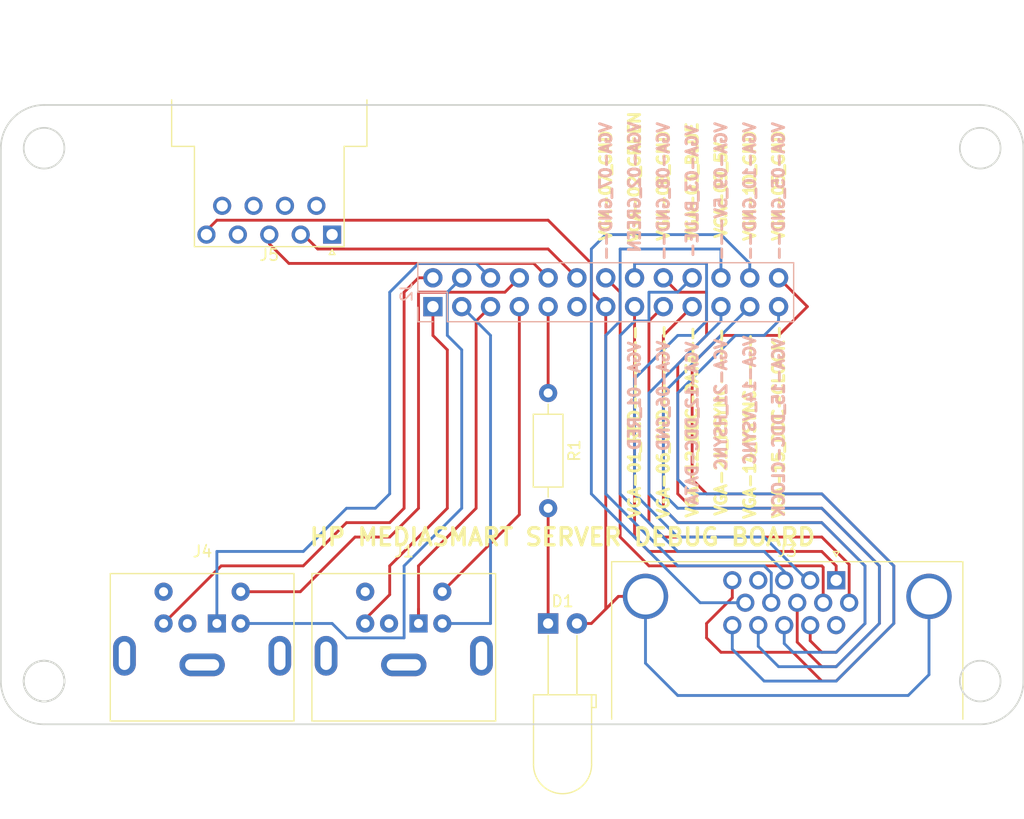
<source format=kicad_pcb>
(kicad_pcb (version 4) (host pcbnew 4.0.7)

  (general
    (links 29)
    (no_connects 0)
    (area 76.124999 82.055 166.445001 154.635)
    (thickness 1.6)
    (drawings 42)
    (tracks 214)
    (zones 0)
    (modules 7)
    (nets 40)
  )

  (page A4)
  (layers
    (0 F.Cu signal)
    (31 B.Cu signal)
    (32 B.Adhes user)
    (33 F.Adhes user)
    (34 B.Paste user)
    (35 F.Paste user)
    (36 B.SilkS user)
    (37 F.SilkS user)
    (38 B.Mask user)
    (39 F.Mask user)
    (40 Dwgs.User user)
    (41 Cmts.User user)
    (42 Eco1.User user)
    (43 Eco2.User user)
    (44 Edge.Cuts user)
    (45 Margin user)
    (46 B.CrtYd user)
    (47 F.CrtYd user)
    (48 B.Fab user)
    (49 F.Fab user)
  )

  (setup
    (last_trace_width 0.25)
    (trace_clearance 0.2)
    (zone_clearance 0.508)
    (zone_45_only no)
    (trace_min 0.2)
    (segment_width 0.2)
    (edge_width 0.15)
    (via_size 0.6)
    (via_drill 0.4)
    (via_min_size 0.4)
    (via_min_drill 0.3)
    (uvia_size 0.3)
    (uvia_drill 0.1)
    (uvias_allowed no)
    (uvia_min_size 0.2)
    (uvia_min_drill 0.1)
    (pcb_text_width 0.3)
    (pcb_text_size 1.5 1.5)
    (mod_edge_width 0.15)
    (mod_text_size 1 1)
    (mod_text_width 0.15)
    (pad_size 1.524 1.524)
    (pad_drill 0.762)
    (pad_to_mask_clearance 0.2)
    (aux_axis_origin 156.21 119.38)
    (visible_elements 7FFFFFFF)
    (pcbplotparams
      (layerselection 0x00030_80000001)
      (usegerberextensions false)
      (excludeedgelayer true)
      (linewidth 0.100000)
      (plotframeref false)
      (viasonmask false)
      (mode 1)
      (useauxorigin false)
      (hpglpennumber 1)
      (hpglpenspeed 20)
      (hpglpendiameter 15)
      (hpglpenoverlay 2)
      (psnegative false)
      (psa4output false)
      (plotreference true)
      (plotvalue true)
      (plotinvisibletext false)
      (padsonsilk false)
      (subtractmaskfromsilk false)
      (outputformat 1)
      (mirror false)
      (drillshape 1)
      (scaleselection 1)
      (outputdirectory ""))
  )

  (net 0 "")
  (net 1 "Net-(D1-Pad1)")
  (net 2 "Net-(J1-Pad4)")
  (net 3 "Net-(J2-Pad2)")
  (net 4 "Net-(J1-Pad3)")
  (net 5 "Net-(J2-Pad4)")
  (net 6 "Net-(J1-Pad1)")
  (net 7 "Net-(J2-Pad6)")
  (net 8 "Net-(J1-Pad5)")
  (net 9 "Net-(J2-Pad8)")
  (net 10 "Net-(J2-Pad9)")
  (net 11 "Net-(J2-Pad10)")
  (net 12 "Net-(J2-Pad11)")
  (net 13 "Net-(J2-Pad12)")
  (net 14 "Net-(J2-Pad14)")
  (net 15 "Net-(J2-Pad15)")
  (net 16 "Net-(J2-Pad16)")
  (net 17 "Net-(J2-Pad17)")
  (net 18 "Net-(J2-Pad18)")
  (net 19 "Net-(J2-Pad19)")
  (net 20 "Net-(J2-Pad20)")
  (net 21 "Net-(J2-Pad21)")
  (net 22 "Net-(J2-Pad22)")
  (net 23 "Net-(J2-Pad23)")
  (net 24 "Net-(J2-Pad24)")
  (net 25 "Net-(J2-Pad26)")
  (net 26 "Net-(J1-Pad2)")
  (net 27 "Net-(J1-Pad6)")
  (net 28 "Net-(J3-Pad4)")
  (net 29 "Net-(J4-Pad2)")
  (net 30 "Net-(J4-Pad6)")
  (net 31 "Net-(J5-Pad1)")
  (net 32 "Net-(J5-Pad4)")
  (net 33 "Net-(J5-Pad6)")
  (net 34 "Net-(J5-Pad7)")
  (net 35 "Net-(J5-Pad8)")
  (net 36 "Net-(J5-Pad9)")
  (net 37 gnd)
  (net 38 "Net-(J2-Pad25)")
  (net 39 "Net-(J3-Pad11)")

  (net_class Default "This is the default net class."
    (clearance 0.2)
    (trace_width 0.25)
    (via_dia 0.6)
    (via_drill 0.4)
    (uvia_dia 0.3)
    (uvia_drill 0.1)
    (add_net "Net-(D1-Pad1)")
    (add_net "Net-(J1-Pad1)")
    (add_net "Net-(J1-Pad2)")
    (add_net "Net-(J1-Pad3)")
    (add_net "Net-(J1-Pad4)")
    (add_net "Net-(J1-Pad5)")
    (add_net "Net-(J1-Pad6)")
    (add_net "Net-(J2-Pad10)")
    (add_net "Net-(J2-Pad11)")
    (add_net "Net-(J2-Pad12)")
    (add_net "Net-(J2-Pad14)")
    (add_net "Net-(J2-Pad15)")
    (add_net "Net-(J2-Pad16)")
    (add_net "Net-(J2-Pad17)")
    (add_net "Net-(J2-Pad18)")
    (add_net "Net-(J2-Pad19)")
    (add_net "Net-(J2-Pad2)")
    (add_net "Net-(J2-Pad20)")
    (add_net "Net-(J2-Pad21)")
    (add_net "Net-(J2-Pad22)")
    (add_net "Net-(J2-Pad23)")
    (add_net "Net-(J2-Pad24)")
    (add_net "Net-(J2-Pad25)")
    (add_net "Net-(J2-Pad26)")
    (add_net "Net-(J2-Pad4)")
    (add_net "Net-(J2-Pad6)")
    (add_net "Net-(J2-Pad8)")
    (add_net "Net-(J2-Pad9)")
    (add_net "Net-(J3-Pad11)")
    (add_net "Net-(J3-Pad4)")
    (add_net "Net-(J4-Pad2)")
    (add_net "Net-(J4-Pad6)")
    (add_net "Net-(J5-Pad1)")
    (add_net "Net-(J5-Pad4)")
    (add_net "Net-(J5-Pad6)")
    (add_net "Net-(J5-Pad7)")
    (add_net "Net-(J5-Pad8)")
    (add_net "Net-(J5-Pad9)")
    (add_net gnd)
  )

  (module Connectors_DSub:DSUB-9_Male_Horizontal_Pitch2.77x2.54mm_EdgePinOffset9.40mm (layer F.Cu) (tedit 59F2C3AC) (tstamp 5B3AC645)
    (at 105.41 102.87 180)
    (descr "9-pin D-Sub connector, horizontal/angled (90 deg), THT-mount, male, pitch 2.77x2.54mm, pin-PCB-offset 9.4mm, see http://docs-europe.electrocomponents.com/webdocs/1585/0900766b81585df2.pdf")
    (tags "9-pin D-Sub connector horizontal angled 90deg THT male pitch 2.77x2.54mm pin-PCB-offset 9.4mm")
    (path /5B39A3D1)
    (fp_text reference J5 (at 5.54 -1.8 180) (layer F.SilkS)
      (effects (font (size 1 1) (thickness 0.15)))
    )
    (fp_text value DB9_Male_MountingHoles (at 5.54 19.84 180) (layer F.Fab)
      (effects (font (size 1 1) (thickness 0.15)))
    )
    (fp_line (start -0.1 0) (end -0.1 7.84) (layer F.Fab) (width 0.1))
    (fp_line (start 0 0) (end 0 7.84) (layer F.Fab) (width 0.1))
    (fp_line (start 0.1 0) (end 0.1 7.84) (layer F.Fab) (width 0.1))
    (fp_line (start 2.67 0) (end 2.67 7.84) (layer F.Fab) (width 0.1))
    (fp_line (start 2.77 0) (end 2.77 7.84) (layer F.Fab) (width 0.1))
    (fp_line (start 2.87 0) (end 2.87 7.84) (layer F.Fab) (width 0.1))
    (fp_line (start 5.44 0) (end 5.44 7.84) (layer F.Fab) (width 0.1))
    (fp_line (start 5.54 0) (end 5.54 7.84) (layer F.Fab) (width 0.1))
    (fp_line (start 5.64 0) (end 5.64 7.84) (layer F.Fab) (width 0.1))
    (fp_line (start 8.21 0) (end 8.21 7.84) (layer F.Fab) (width 0.1))
    (fp_line (start 8.31 0) (end 8.31 7.84) (layer F.Fab) (width 0.1))
    (fp_line (start 8.41 0) (end 8.41 7.84) (layer F.Fab) (width 0.1))
    (fp_line (start 10.98 0) (end 10.98 7.84) (layer F.Fab) (width 0.1))
    (fp_line (start 11.08 0) (end 11.08 7.84) (layer F.Fab) (width 0.1))
    (fp_line (start 11.18 0) (end 11.18 7.84) (layer F.Fab) (width 0.1))
    (fp_line (start 1.285 2.54) (end 1.285 7.84) (layer F.Fab) (width 0.1))
    (fp_line (start 1.385 2.54) (end 1.385 7.84) (layer F.Fab) (width 0.1))
    (fp_line (start 1.485 2.54) (end 1.485 7.84) (layer F.Fab) (width 0.1))
    (fp_line (start 4.055 2.54) (end 4.055 7.84) (layer F.Fab) (width 0.1))
    (fp_line (start 4.155 2.54) (end 4.155 7.84) (layer F.Fab) (width 0.1))
    (fp_line (start 4.255 2.54) (end 4.255 7.84) (layer F.Fab) (width 0.1))
    (fp_line (start 6.825 2.54) (end 6.825 7.84) (layer F.Fab) (width 0.1))
    (fp_line (start 6.925 2.54) (end 6.925 7.84) (layer F.Fab) (width 0.1))
    (fp_line (start 7.025 2.54) (end 7.025 7.84) (layer F.Fab) (width 0.1))
    (fp_line (start 9.595 2.54) (end 9.595 7.84) (layer F.Fab) (width 0.1))
    (fp_line (start 9.695 2.54) (end 9.695 7.84) (layer F.Fab) (width 0.1))
    (fp_line (start 9.795 2.54) (end 9.795 7.84) (layer F.Fab) (width 0.1))
    (fp_line (start -3.01 7.84) (end -3.01 11.94) (layer F.Fab) (width 0.1))
    (fp_line (start -3.01 11.94) (end 14.09 11.94) (layer F.Fab) (width 0.1))
    (fp_line (start 14.09 11.94) (end 14.09 7.84) (layer F.Fab) (width 0.1))
    (fp_line (start 14.09 7.84) (end -3.01 7.84) (layer F.Fab) (width 0.1))
    (fp_line (start -9.885 11.94) (end -9.885 12.34) (layer F.Fab) (width 0.1))
    (fp_line (start -9.885 12.34) (end 20.965 12.34) (layer F.Fab) (width 0.1))
    (fp_line (start 20.965 12.34) (end 20.965 11.94) (layer F.Fab) (width 0.1))
    (fp_line (start 20.965 11.94) (end -9.885 11.94) (layer F.Fab) (width 0.1))
    (fp_line (start -2.61 12.34) (end -2.61 18.34) (layer F.Fab) (width 0.1))
    (fp_line (start -2.61 18.34) (end 13.69 18.34) (layer F.Fab) (width 0.1))
    (fp_line (start 13.69 18.34) (end 13.69 12.34) (layer F.Fab) (width 0.1))
    (fp_line (start 13.69 12.34) (end -2.61 12.34) (layer F.Fab) (width 0.1))
    (fp_line (start -3.07 11.88) (end -3.07 7.78) (layer F.SilkS) (width 0.12))
    (fp_line (start -3.07 7.78) (end -1.06 7.78) (layer F.SilkS) (width 0.12))
    (fp_line (start -1.06 7.78) (end -1.06 -1.06) (layer F.SilkS) (width 0.12))
    (fp_line (start -1.06 -1.06) (end 12.14 -1.06) (layer F.SilkS) (width 0.12))
    (fp_line (start 12.14 -1.06) (end 12.14 7.78) (layer F.SilkS) (width 0.12))
    (fp_line (start 12.14 7.78) (end 14.15 7.78) (layer F.SilkS) (width 0.12))
    (fp_line (start 14.15 7.78) (end 14.15 11.88) (layer F.SilkS) (width 0.12))
    (fp_line (start -0.25 -1.754338) (end 0.25 -1.754338) (layer F.SilkS) (width 0.12))
    (fp_line (start 0.25 -1.754338) (end 0 -1.321325) (layer F.SilkS) (width 0.12))
    (fp_line (start 0 -1.321325) (end -0.25 -1.754338) (layer F.SilkS) (width 0.12))
    (fp_line (start -3.15 18.85) (end -3.15 12.85) (layer F.CrtYd) (width 0.05))
    (fp_line (start -3.15 12.85) (end -10.4 12.85) (layer F.CrtYd) (width 0.05))
    (fp_line (start -10.4 12.85) (end -10.4 11.45) (layer F.CrtYd) (width 0.05))
    (fp_line (start -10.4 11.45) (end -3.55 11.45) (layer F.CrtYd) (width 0.05))
    (fp_line (start -3.55 11.45) (end -3.55 7.35) (layer F.CrtYd) (width 0.05))
    (fp_line (start -3.55 7.35) (end -1.3 7.35) (layer F.CrtYd) (width 0.05))
    (fp_line (start -1.3 7.35) (end -1.3 -1.35) (layer F.CrtYd) (width 0.05))
    (fp_line (start -1.3 -1.35) (end 12.4 -1.35) (layer F.CrtYd) (width 0.05))
    (fp_line (start 12.4 -1.35) (end 12.4 7.35) (layer F.CrtYd) (width 0.05))
    (fp_line (start 12.4 7.35) (end 14.6 7.35) (layer F.CrtYd) (width 0.05))
    (fp_line (start 14.6 7.35) (end 14.6 11.45) (layer F.CrtYd) (width 0.05))
    (fp_line (start 14.6 11.45) (end 21.5 11.45) (layer F.CrtYd) (width 0.05))
    (fp_line (start 21.5 11.45) (end 21.5 12.85) (layer F.CrtYd) (width 0.05))
    (fp_line (start 21.5 12.85) (end 14.2 12.85) (layer F.CrtYd) (width 0.05))
    (fp_line (start 14.2 12.85) (end 14.2 18.85) (layer F.CrtYd) (width 0.05))
    (fp_line (start 14.2 18.85) (end -3.15 18.85) (layer F.CrtYd) (width 0.05))
    (fp_text user %R (at 5.54 15.34 180) (layer F.Fab)
      (effects (font (size 1 1) (thickness 0.15)))
    )
    (pad 1 thru_hole rect (at 0 0 180) (size 1.6 1.6) (drill 1) (layers *.Cu *.Mask)
      (net 31 "Net-(J5-Pad1)"))
    (pad 2 thru_hole circle (at 2.77 0 180) (size 1.6 1.6) (drill 1) (layers *.Cu *.Mask)
      (net 13 "Net-(J2-Pad12)"))
    (pad 3 thru_hole circle (at 5.54 0 180) (size 1.6 1.6) (drill 1) (layers *.Cu *.Mask)
      (net 11 "Net-(J2-Pad10)"))
    (pad 4 thru_hole circle (at 8.31 0 180) (size 1.6 1.6) (drill 1) (layers *.Cu *.Mask)
      (net 32 "Net-(J5-Pad4)"))
    (pad 5 thru_hole circle (at 11.08 0 180) (size 1.6 1.6) (drill 1) (layers *.Cu *.Mask)
      (net 37 gnd))
    (pad 6 thru_hole circle (at 1.385 2.54 180) (size 1.6 1.6) (drill 1) (layers *.Cu *.Mask)
      (net 33 "Net-(J5-Pad6)"))
    (pad 7 thru_hole circle (at 4.155 2.54 180) (size 1.6 1.6) (drill 1) (layers *.Cu *.Mask)
      (net 34 "Net-(J5-Pad7)"))
    (pad 8 thru_hole circle (at 6.925 2.54 180) (size 1.6 1.6) (drill 1) (layers *.Cu *.Mask)
      (net 35 "Net-(J5-Pad8)"))
    (pad 9 thru_hole circle (at 9.695 2.54 180) (size 1.6 1.6) (drill 1) (layers *.Cu *.Mask)
      (net 36 "Net-(J5-Pad9)"))
    (model ${KISYS3DMOD}/Connectors_DSub.3dshapes/DSUB-9_Male_Horizontal_Pitch2.77x2.54mm_EdgePinOffset9.40mm.wrl
      (at (xyz 0 0 0))
      (scale (xyz 1 1 1))
      (rotate (xyz 0 0 0))
    )
  )

  (module Connectors_DSub:DSUB-15-HD_Female_Horizontal_Pitch2.29x1.98mm_EdgePinOffset8.35mm_Housed_MountingHolesOffset10.89mm (layer F.Cu) (tedit 59F2C3AC) (tstamp 5B3AC62B)
    (at 149.86 133.35)
    (descr "15-pin D-Sub connector, horizontal/angled (90 deg), THT-mount, female, pitch 2.29x1.98mm, pin-PCB-offset 8.35mm, distance of mounting holes 25mm, distance of mounting holes to PCB edge 10.889999999999999mm, see https://disti-assets.s3.amazonaws.com/tonar/files/datasheets/16730.pdf")
    (tags "15-pin D-Sub connector horizontal angled 90deg THT female pitch 2.29x1.98mm pin-PCB-offset 8.35mm mounting-holes-distance 25mm mounting-hole-offset 25mm")
    (path /5B390B5C)
    (fp_text reference J3 (at -4.315 -2.58) (layer F.SilkS)
      (effects (font (size 1 1) (thickness 0.15)))
    )
    (fp_text value DB15_Female_HighDensity_MountingHoles (at -4.315 20.21) (layer F.Fab)
      (effects (font (size 1 1) (thickness 0.15)))
    )
    (fp_arc (start -16.815 1.42) (end -18.415 1.42) (angle 180) (layer F.Fab) (width 0.1))
    (fp_arc (start 8.185 1.42) (end 6.585 1.42) (angle 180) (layer F.Fab) (width 0.1))
    (fp_line (start -19.74 -1.58) (end -19.74 12.31) (layer F.Fab) (width 0.1))
    (fp_line (start -19.74 12.31) (end 11.11 12.31) (layer F.Fab) (width 0.1))
    (fp_line (start 11.11 12.31) (end 11.11 -1.58) (layer F.Fab) (width 0.1))
    (fp_line (start 11.11 -1.58) (end -19.74 -1.58) (layer F.Fab) (width 0.1))
    (fp_line (start -19.74 12.31) (end -19.74 12.71) (layer F.Fab) (width 0.1))
    (fp_line (start -19.74 12.71) (end 11.11 12.71) (layer F.Fab) (width 0.1))
    (fp_line (start 11.11 12.71) (end 11.11 12.31) (layer F.Fab) (width 0.1))
    (fp_line (start 11.11 12.31) (end -19.74 12.31) (layer F.Fab) (width 0.1))
    (fp_line (start -12.465 12.71) (end -12.465 18.71) (layer F.Fab) (width 0.1))
    (fp_line (start -12.465 18.71) (end 3.835 18.71) (layer F.Fab) (width 0.1))
    (fp_line (start 3.835 18.71) (end 3.835 12.71) (layer F.Fab) (width 0.1))
    (fp_line (start 3.835 12.71) (end -12.465 12.71) (layer F.Fab) (width 0.1))
    (fp_line (start -19.315 12.71) (end -19.315 17.71) (layer F.Fab) (width 0.1))
    (fp_line (start -19.315 17.71) (end -14.315 17.71) (layer F.Fab) (width 0.1))
    (fp_line (start -14.315 17.71) (end -14.315 12.71) (layer F.Fab) (width 0.1))
    (fp_line (start -14.315 12.71) (end -19.315 12.71) (layer F.Fab) (width 0.1))
    (fp_line (start 5.685 12.71) (end 5.685 17.71) (layer F.Fab) (width 0.1))
    (fp_line (start 5.685 17.71) (end 10.685 17.71) (layer F.Fab) (width 0.1))
    (fp_line (start 10.685 17.71) (end 10.685 12.71) (layer F.Fab) (width 0.1))
    (fp_line (start 10.685 12.71) (end 5.685 12.71) (layer F.Fab) (width 0.1))
    (fp_line (start -18.415 12.31) (end -18.415 1.42) (layer F.Fab) (width 0.1))
    (fp_line (start -15.215 12.31) (end -15.215 1.42) (layer F.Fab) (width 0.1))
    (fp_line (start 6.585 12.31) (end 6.585 1.42) (layer F.Fab) (width 0.1))
    (fp_line (start 9.785 12.31) (end 9.785 1.42) (layer F.Fab) (width 0.1))
    (fp_line (start -19.8 12.25) (end -19.8 -1.64) (layer F.SilkS) (width 0.12))
    (fp_line (start -19.8 -1.64) (end 11.17 -1.64) (layer F.SilkS) (width 0.12))
    (fp_line (start 11.17 -1.64) (end 11.17 12.25) (layer F.SilkS) (width 0.12))
    (fp_line (start -0.25 -2.534338) (end 0.25 -2.534338) (layer F.SilkS) (width 0.12))
    (fp_line (start 0.25 -2.534338) (end 0 -2.101325) (layer F.SilkS) (width 0.12))
    (fp_line (start 0 -2.101325) (end -0.25 -2.534338) (layer F.SilkS) (width 0.12))
    (fp_line (start -20.25 -2.1) (end -20.25 19.25) (layer F.CrtYd) (width 0.05))
    (fp_line (start -20.25 19.25) (end 11.65 19.25) (layer F.CrtYd) (width 0.05))
    (fp_line (start 11.65 19.25) (end 11.65 -2.1) (layer F.CrtYd) (width 0.05))
    (fp_line (start 11.65 -2.1) (end -20.25 -2.1) (layer F.CrtYd) (width 0.05))
    (fp_text user %R (at -4.315 15.71) (layer F.Fab)
      (effects (font (size 1 1) (thickness 0.15)))
    )
    (pad 1 thru_hole rect (at 0 0) (size 1.6 1.6) (drill 1) (layers *.Cu *.Mask)
      (net 15 "Net-(J2-Pad15)"))
    (pad 2 thru_hole circle (at -2.29 0) (size 1.6 1.6) (drill 1) (layers *.Cu *.Mask)
      (net 16 "Net-(J2-Pad16)"))
    (pad 3 thru_hole circle (at -4.58 0) (size 1.6 1.6) (drill 1) (layers *.Cu *.Mask)
      (net 20 "Net-(J2-Pad20)"))
    (pad 4 thru_hole circle (at -6.87 0) (size 1.6 1.6) (drill 1) (layers *.Cu *.Mask)
      (net 28 "Net-(J3-Pad4)"))
    (pad 5 thru_hole circle (at -9.16 0) (size 1.6 1.6) (drill 1) (layers *.Cu *.Mask)
      (net 25 "Net-(J2-Pad26)"))
    (pad 6 thru_hole circle (at 1.145 1.98) (size 1.6 1.6) (drill 1) (layers *.Cu *.Mask)
      (net 17 "Net-(J2-Pad17)"))
    (pad 7 thru_hole circle (at -1.145 1.98) (size 1.6 1.6) (drill 1) (layers *.Cu *.Mask)
      (net 14 "Net-(J2-Pad14)"))
    (pad 8 thru_hole circle (at -3.435 1.98) (size 1.6 1.6) (drill 1) (layers *.Cu *.Mask)
      (net 18 "Net-(J2-Pad18)"))
    (pad 9 thru_hole circle (at -5.725 1.98) (size 1.6 1.6) (drill 1) (layers *.Cu *.Mask)
      (net 22 "Net-(J2-Pad22)"))
    (pad 10 thru_hole circle (at -8.015 1.98) (size 1.6 1.6) (drill 1) (layers *.Cu *.Mask)
      (net 24 "Net-(J2-Pad24)"))
    (pad 11 thru_hole circle (at 0 3.96) (size 1.6 1.6) (drill 1) (layers *.Cu *.Mask)
      (net 39 "Net-(J3-Pad11)"))
    (pad 12 thru_hole circle (at -2.29 3.96) (size 1.6 1.6) (drill 1) (layers *.Cu *.Mask)
      (net 19 "Net-(J2-Pad19)"))
    (pad 13 thru_hole circle (at -4.58 3.96) (size 1.6 1.6) (drill 1) (layers *.Cu *.Mask)
      (net 21 "Net-(J2-Pad21)"))
    (pad 14 thru_hole circle (at -6.87 3.96) (size 1.6 1.6) (drill 1) (layers *.Cu *.Mask)
      (net 23 "Net-(J2-Pad23)"))
    (pad 15 thru_hole circle (at -9.16 3.96) (size 1.6 1.6) (drill 1) (layers *.Cu *.Mask)
      (net 38 "Net-(J2-Pad25)"))
    (pad 0 thru_hole circle (at -16.815 1.42) (size 4 4) (drill 3.2) (layers *.Cu *.Mask)
      (net 37 gnd))
    (pad 0 thru_hole circle (at 8.185 1.42) (size 4 4) (drill 3.2) (layers *.Cu *.Mask)
      (net 37 gnd))
    (model ${KISYS3DMOD}/Connectors_DSub.3dshapes/DSUB-15-HD_Female_Horizontal_Pitch2.29x1.98mm_EdgePinOffset8.35mm_Housed_MountingHolesOffset10.89mm.wrl
      (at (xyz 0 0 0))
      (scale (xyz 1 1 1))
      (rotate (xyz 0 0 0))
    )
  )

  (module Socket_Strips:Socket_Strip_Straight_2x13_Pitch2.54mm (layer B.Cu) (tedit 58CD5449) (tstamp 5B3998E0)
    (at 114.3 109.22 270)
    (descr "Through hole straight socket strip, 2x13, 2.54mm pitch, double rows")
    (tags "Through hole socket strip THT 2x13 2.54mm double row")
    (path /5B3920C4)
    (fp_text reference J2 (at -1.27 2.33 270) (layer B.SilkS)
      (effects (font (size 1 1) (thickness 0.15)) (justify mirror))
    )
    (fp_text value Conn_02x13_Odd_Even (at -1.27 -32.81 270) (layer B.Fab)
      (effects (font (size 1 1) (thickness 0.15)) (justify mirror))
    )
    (fp_line (start -3.81 1.27) (end -3.81 -31.75) (layer B.Fab) (width 0.1))
    (fp_line (start -3.81 -31.75) (end 1.27 -31.75) (layer B.Fab) (width 0.1))
    (fp_line (start 1.27 -31.75) (end 1.27 1.27) (layer B.Fab) (width 0.1))
    (fp_line (start 1.27 1.27) (end -3.81 1.27) (layer B.Fab) (width 0.1))
    (fp_line (start 1.33 -1.27) (end 1.33 -31.81) (layer B.SilkS) (width 0.12))
    (fp_line (start 1.33 -31.81) (end -3.87 -31.81) (layer B.SilkS) (width 0.12))
    (fp_line (start -3.87 -31.81) (end -3.87 1.33) (layer B.SilkS) (width 0.12))
    (fp_line (start -3.87 1.33) (end -1.27 1.33) (layer B.SilkS) (width 0.12))
    (fp_line (start -1.27 1.33) (end -1.27 -1.27) (layer B.SilkS) (width 0.12))
    (fp_line (start -1.27 -1.27) (end 1.33 -1.27) (layer B.SilkS) (width 0.12))
    (fp_line (start 1.33 0) (end 1.33 1.33) (layer B.SilkS) (width 0.12))
    (fp_line (start 1.33 1.33) (end 0.06 1.33) (layer B.SilkS) (width 0.12))
    (fp_line (start -4.35 1.8) (end -4.35 -32.25) (layer B.CrtYd) (width 0.05))
    (fp_line (start -4.35 -32.25) (end 1.8 -32.25) (layer B.CrtYd) (width 0.05))
    (fp_line (start 1.8 -32.25) (end 1.8 1.8) (layer B.CrtYd) (width 0.05))
    (fp_line (start 1.8 1.8) (end -4.35 1.8) (layer B.CrtYd) (width 0.05))
    (fp_text user %R (at -1.27 2.33 270) (layer B.Fab)
      (effects (font (size 1 1) (thickness 0.15)) (justify mirror))
    )
    (pad 1 thru_hole rect (at 0 0 270) (size 1.7 1.7) (drill 1) (layers *.Cu *.Mask)
      (net 2 "Net-(J1-Pad4)"))
    (pad 2 thru_hole oval (at -2.54 0 270) (size 1.7 1.7) (drill 1) (layers *.Cu *.Mask)
      (net 3 "Net-(J2-Pad2)"))
    (pad 3 thru_hole oval (at 0 -2.54 270) (size 1.7 1.7) (drill 1) (layers *.Cu *.Mask)
      (net 4 "Net-(J1-Pad3)"))
    (pad 4 thru_hole oval (at -2.54 -2.54 270) (size 1.7 1.7) (drill 1) (layers *.Cu *.Mask)
      (net 5 "Net-(J2-Pad4)"))
    (pad 5 thru_hole oval (at 0 -5.08 270) (size 1.7 1.7) (drill 1) (layers *.Cu *.Mask)
      (net 6 "Net-(J1-Pad1)"))
    (pad 6 thru_hole oval (at -2.54 -5.08 270) (size 1.7 1.7) (drill 1) (layers *.Cu *.Mask)
      (net 7 "Net-(J2-Pad6)"))
    (pad 7 thru_hole oval (at 0 -7.62 270) (size 1.7 1.7) (drill 1) (layers *.Cu *.Mask)
      (net 8 "Net-(J1-Pad5)"))
    (pad 8 thru_hole oval (at -2.54 -7.62 270) (size 1.7 1.7) (drill 1) (layers *.Cu *.Mask)
      (net 9 "Net-(J2-Pad8)"))
    (pad 9 thru_hole oval (at 0 -10.16 270) (size 1.7 1.7) (drill 1) (layers *.Cu *.Mask)
      (net 10 "Net-(J2-Pad9)"))
    (pad 10 thru_hole oval (at -2.54 -10.16 270) (size 1.7 1.7) (drill 1) (layers *.Cu *.Mask)
      (net 11 "Net-(J2-Pad10)"))
    (pad 11 thru_hole oval (at 0 -12.7 270) (size 1.7 1.7) (drill 1) (layers *.Cu *.Mask)
      (net 12 "Net-(J2-Pad11)"))
    (pad 12 thru_hole oval (at -2.54 -12.7 270) (size 1.7 1.7) (drill 1) (layers *.Cu *.Mask)
      (net 13 "Net-(J2-Pad12)"))
    (pad 13 thru_hole oval (at 0 -15.24 270) (size 1.7 1.7) (drill 1) (layers *.Cu *.Mask)
      (net 37 gnd))
    (pad 14 thru_hole oval (at -2.54 -15.24 270) (size 1.7 1.7) (drill 1) (layers *.Cu *.Mask)
      (net 14 "Net-(J2-Pad14)"))
    (pad 15 thru_hole oval (at 0 -17.78 270) (size 1.7 1.7) (drill 1) (layers *.Cu *.Mask)
      (net 15 "Net-(J2-Pad15)"))
    (pad 16 thru_hole oval (at -2.54 -17.78 270) (size 1.7 1.7) (drill 1) (layers *.Cu *.Mask)
      (net 16 "Net-(J2-Pad16)"))
    (pad 17 thru_hole oval (at 0 -20.32 270) (size 1.7 1.7) (drill 1) (layers *.Cu *.Mask)
      (net 17 "Net-(J2-Pad17)"))
    (pad 18 thru_hole oval (at -2.54 -20.32 270) (size 1.7 1.7) (drill 1) (layers *.Cu *.Mask)
      (net 18 "Net-(J2-Pad18)"))
    (pad 19 thru_hole oval (at 0 -22.86 270) (size 1.7 1.7) (drill 1) (layers *.Cu *.Mask)
      (net 19 "Net-(J2-Pad19)"))
    (pad 20 thru_hole oval (at -2.54 -22.86 270) (size 1.7 1.7) (drill 1) (layers *.Cu *.Mask)
      (net 20 "Net-(J2-Pad20)"))
    (pad 21 thru_hole oval (at 0 -25.4 270) (size 1.7 1.7) (drill 1) (layers *.Cu *.Mask)
      (net 21 "Net-(J2-Pad21)"))
    (pad 22 thru_hole oval (at -2.54 -25.4 270) (size 1.7 1.7) (drill 1) (layers *.Cu *.Mask)
      (net 22 "Net-(J2-Pad22)"))
    (pad 23 thru_hole oval (at 0 -27.94 270) (size 1.7 1.7) (drill 1) (layers *.Cu *.Mask)
      (net 23 "Net-(J2-Pad23)"))
    (pad 24 thru_hole oval (at -2.54 -27.94 270) (size 1.7 1.7) (drill 1) (layers *.Cu *.Mask)
      (net 24 "Net-(J2-Pad24)"))
    (pad 25 thru_hole oval (at 0 -30.48 270) (size 1.7 1.7) (drill 1) (layers *.Cu *.Mask)
      (net 38 "Net-(J2-Pad25)"))
    (pad 26 thru_hole oval (at -2.54 -30.48 270) (size 1.7 1.7) (drill 1) (layers *.Cu *.Mask)
      (net 25 "Net-(J2-Pad26)"))
    (model ${KISYS3DMOD}/Socket_Strips.3dshapes/Socket_Strip_Straight_2x13_Pitch2.54mm.wrl
      (at (xyz -0.05 -0.6 0))
      (scale (xyz 1 1 1))
      (rotate (xyz 0 0 270))
    )
  )

  (module custom_kicad_footprints:Connector_Mini-DIN_Female_6Pin_2rows (layer F.Cu) (tedit 58E946D2) (tstamp 5B3AC638)
    (at 95.25 137.16)
    (descr "A footprint for the generic 6 pin Mini-DIN through hole connector with shell.")
    (tags "mini din 6pin connector socket")
    (path /5B39186C)
    (fp_text reference J4 (at -1.27 -6.35) (layer F.SilkS)
      (effects (font (size 1 1) (thickness 0.15)))
    )
    (fp_text value Mini-DIN-6 (at -0.03 10.15) (layer F.Fab)
      (effects (font (size 1 1) (thickness 0.15)))
    )
    (fp_text user %R (at -1.27 -6.35) (layer F.Fab)
      (effects (font (size 1 1) (thickness 0.15)))
    )
    (fp_line (start 6.7 -4.3) (end 6.7 8.5) (layer F.Fab) (width 0.1))
    (fp_line (start 6.7 8.5) (end -9.3 8.5) (layer F.Fab) (width 0.1))
    (fp_line (start -9.3 8.5) (end -9.3 -4.3) (layer F.Fab) (width 0.1))
    (fp_line (start -9.3 -4.3) (end 6.7 -4.3) (layer F.Fab) (width 0.1))
    (fp_line (start 6.8 -4.4) (end 6.8 8.6) (layer F.SilkS) (width 0.12))
    (fp_line (start -9.4 -4.4) (end -9.4 8.6) (layer F.SilkS) (width 0.12))
    (fp_line (start -9.4 -4.4) (end 6.8 -4.4) (layer F.SilkS) (width 0.12))
    (fp_line (start -9.4 8.6) (end 6.8 8.6) (layer F.SilkS) (width 0.12))
    (fp_line (start -9.81 -5.05) (end 7.19 -5.05) (layer F.CrtYd) (width 0.05))
    (fp_line (start -9.81 -5.05) (end -9.81 9) (layer F.CrtYd) (width 0.05))
    (fp_line (start 7.19 9) (end 7.19 -5.05) (layer F.CrtYd) (width 0.05))
    (fp_line (start 7.19 9) (end -9.81 9) (layer F.CrtYd) (width 0.05))
    (pad 7 thru_hole oval (at -8.15 2.85) (size 2 3.5) (drill oval 1 2.5) (layers *.Cu *.Mask))
    (pad 7 thru_hole oval (at 5.55 2.85) (size 2 3.5) (drill oval 1 2.5) (layers *.Cu *.Mask))
    (pad 1 thru_hole rect (at 0 0) (size 1.6 1.6) (drill 0.8) (layers *.Cu *.Mask)
      (net 7 "Net-(J2-Pad6)"))
    (pad 2 thru_hole circle (at -2.6 0) (size 1.6 1.6) (drill 0.8) (layers *.Cu *.Mask)
      (net 29 "Net-(J4-Pad2)"))
    (pad 3 thru_hole circle (at 2.1 0) (size 1.6 1.6) (drill 0.8) (layers *.Cu *.Mask)
      (net 5 "Net-(J2-Pad4)"))
    (pad 4 thru_hole circle (at -4.7 0) (size 1.6 1.6) (drill 0.8) (layers *.Cu *.Mask)
      (net 3 "Net-(J2-Pad2)"))
    (pad 5 thru_hole circle (at 2.1 -2.8) (size 1.6 1.6) (drill 0.8) (layers *.Cu *.Mask)
      (net 9 "Net-(J2-Pad8)"))
    (pad 6 thru_hole circle (at -4.7 -2.8) (size 1.6 1.6) (drill 0.8) (layers *.Cu *.Mask)
      (net 30 "Net-(J4-Pad6)"))
    (pad 7 thru_hole oval (at -1.3 3.65) (size 4 2) (drill oval 3 1) (layers *.Cu *.Mask))
  )

  (module LEDs:LED_D5.0mm_Horizontal_O6.35mm_Z15.0mm (layer F.Cu) (tedit 5880A863) (tstamp 5B3998C2)
    (at 124.46 137.16)
    (descr "LED, diameter 5.0mm z-position of LED center 3.0mm, 2 pins, diameter 5.0mm z-position of LED center 3.0mm, 2 pins, diameter 5.0mm z-position of LED center 3.0mm, 2 pins, diameter 5.0mm z-position of LED center 9.0mm, 2 pins, diameter 5.0mm z-position of LED center 9.0mm, 2 pins, diameter 5.0mm z-position of LED center 9.0mm, 2 pins, diameter 5.0mm z-position of LED center 15.0mm, 2 pins, diameter 5.0mm z-position of LED center 15.0mm, 2 pins, diameter 5.0mm z-position of LED center 15.0mm, 2 pins")
    (tags "LED diameter 5.0mm z-position of LED center 3.0mm 2 pins diameter 5.0mm z-position of LED center 3.0mm 2 pins diameter 5.0mm z-position of LED center 3.0mm 2 pins diameter 5.0mm z-position of LED center 9.0mm 2 pins diameter 5.0mm z-position of LED center 9.0mm 2 pins diameter 5.0mm z-position of LED center 9.0mm 2 pins diameter 5.0mm z-position of LED center 15.0mm 2 pins diameter 5.0mm z-position of LED center 15.0mm 2 pins diameter 5.0mm z-position of LED center 15.0mm 2 pins")
    (path /5B39246B)
    (fp_text reference D1 (at 1.27 -1.96) (layer F.SilkS)
      (effects (font (size 1 1) (thickness 0.15)))
    )
    (fp_text value LED (at 1.27 16.01) (layer F.Fab)
      (effects (font (size 1 1) (thickness 0.15)))
    )
    (fp_arc (start 1.27 12.45) (end -1.23 12.45) (angle -180) (layer F.Fab) (width 0.1))
    (fp_arc (start 1.27 12.45) (end -1.29 12.45) (angle -180) (layer F.SilkS) (width 0.12))
    (fp_line (start -1.23 6.35) (end -1.23 12.45) (layer F.Fab) (width 0.1))
    (fp_line (start 3.77 6.35) (end 3.77 12.45) (layer F.Fab) (width 0.1))
    (fp_line (start -1.23 6.35) (end 3.77 6.35) (layer F.Fab) (width 0.1))
    (fp_line (start 4.17 6.35) (end 4.17 7.35) (layer F.Fab) (width 0.1))
    (fp_line (start 4.17 7.35) (end 3.77 7.35) (layer F.Fab) (width 0.1))
    (fp_line (start 3.77 7.35) (end 3.77 6.35) (layer F.Fab) (width 0.1))
    (fp_line (start 3.77 6.35) (end 4.17 6.35) (layer F.Fab) (width 0.1))
    (fp_line (start 0 0) (end 0 6.35) (layer F.Fab) (width 0.1))
    (fp_line (start 0 6.35) (end 0 6.35) (layer F.Fab) (width 0.1))
    (fp_line (start 0 6.35) (end 0 0) (layer F.Fab) (width 0.1))
    (fp_line (start 0 0) (end 0 0) (layer F.Fab) (width 0.1))
    (fp_line (start 2.54 0) (end 2.54 6.35) (layer F.Fab) (width 0.1))
    (fp_line (start 2.54 6.35) (end 2.54 6.35) (layer F.Fab) (width 0.1))
    (fp_line (start 2.54 6.35) (end 2.54 0) (layer F.Fab) (width 0.1))
    (fp_line (start 2.54 0) (end 2.54 0) (layer F.Fab) (width 0.1))
    (fp_line (start -1.29 6.29) (end -1.29 12.45) (layer F.SilkS) (width 0.12))
    (fp_line (start 3.83 6.29) (end 3.83 12.45) (layer F.SilkS) (width 0.12))
    (fp_line (start -1.29 6.29) (end 3.83 6.29) (layer F.SilkS) (width 0.12))
    (fp_line (start 4.23 6.29) (end 4.23 7.41) (layer F.SilkS) (width 0.12))
    (fp_line (start 4.23 7.41) (end 3.83 7.41) (layer F.SilkS) (width 0.12))
    (fp_line (start 3.83 7.41) (end 3.83 6.29) (layer F.SilkS) (width 0.12))
    (fp_line (start 3.83 6.29) (end 4.23 6.29) (layer F.SilkS) (width 0.12))
    (fp_line (start 0 1.08) (end 0 6.29) (layer F.SilkS) (width 0.12))
    (fp_line (start 0 6.29) (end 0 6.29) (layer F.SilkS) (width 0.12))
    (fp_line (start 0 6.29) (end 0 1.08) (layer F.SilkS) (width 0.12))
    (fp_line (start 0 1.08) (end 0 1.08) (layer F.SilkS) (width 0.12))
    (fp_line (start 2.54 1.08) (end 2.54 6.29) (layer F.SilkS) (width 0.12))
    (fp_line (start 2.54 6.29) (end 2.54 6.29) (layer F.SilkS) (width 0.12))
    (fp_line (start 2.54 6.29) (end 2.54 1.08) (layer F.SilkS) (width 0.12))
    (fp_line (start 2.54 1.08) (end 2.54 1.08) (layer F.SilkS) (width 0.12))
    (fp_line (start -1.95 -1.25) (end -1.95 15.3) (layer F.CrtYd) (width 0.05))
    (fp_line (start -1.95 15.3) (end 4.5 15.3) (layer F.CrtYd) (width 0.05))
    (fp_line (start 4.5 15.3) (end 4.5 -1.25) (layer F.CrtYd) (width 0.05))
    (fp_line (start 4.5 -1.25) (end -1.95 -1.25) (layer F.CrtYd) (width 0.05))
    (pad 1 thru_hole rect (at 0 0) (size 1.8 1.8) (drill 0.9) (layers *.Cu *.Mask)
      (net 1 "Net-(D1-Pad1)"))
    (pad 2 thru_hole circle (at 2.54 0) (size 1.8 1.8) (drill 0.9) (layers *.Cu *.Mask)
      (net 37 gnd))
    (model ${KISYS3DMOD}/LEDs.3dshapes/LED_D5.0mm_Horizontal_O6.35mm_Z15.0mm.wrl
      (at (xyz 0 0 0))
      (scale (xyz 0.393701 0.393701 0.393701))
      (rotate (xyz 0 0 0))
    )
  )

  (module Resistors_THT:R_Axial_DIN0207_L6.3mm_D2.5mm_P10.16mm_Horizontal (layer F.Cu) (tedit 5874F706) (tstamp 5B3998E6)
    (at 124.46 116.84 270)
    (descr "Resistor, Axial_DIN0207 series, Axial, Horizontal, pin pitch=10.16mm, 0.25W = 1/4W, length*diameter=6.3*2.5mm^2, http://cdn-reichelt.de/documents/datenblatt/B400/1_4W%23YAG.pdf")
    (tags "Resistor Axial_DIN0207 series Axial Horizontal pin pitch 10.16mm 0.25W = 1/4W length 6.3mm diameter 2.5mm")
    (path /5B39306F)
    (fp_text reference R1 (at 5.08 -2.31 270) (layer F.SilkS)
      (effects (font (size 1 1) (thickness 0.15)))
    )
    (fp_text value R (at 5.08 2.31 270) (layer F.Fab)
      (effects (font (size 1 1) (thickness 0.15)))
    )
    (fp_line (start 1.93 -1.25) (end 1.93 1.25) (layer F.Fab) (width 0.1))
    (fp_line (start 1.93 1.25) (end 8.23 1.25) (layer F.Fab) (width 0.1))
    (fp_line (start 8.23 1.25) (end 8.23 -1.25) (layer F.Fab) (width 0.1))
    (fp_line (start 8.23 -1.25) (end 1.93 -1.25) (layer F.Fab) (width 0.1))
    (fp_line (start 0 0) (end 1.93 0) (layer F.Fab) (width 0.1))
    (fp_line (start 10.16 0) (end 8.23 0) (layer F.Fab) (width 0.1))
    (fp_line (start 1.87 -1.31) (end 1.87 1.31) (layer F.SilkS) (width 0.12))
    (fp_line (start 1.87 1.31) (end 8.29 1.31) (layer F.SilkS) (width 0.12))
    (fp_line (start 8.29 1.31) (end 8.29 -1.31) (layer F.SilkS) (width 0.12))
    (fp_line (start 8.29 -1.31) (end 1.87 -1.31) (layer F.SilkS) (width 0.12))
    (fp_line (start 0.98 0) (end 1.87 0) (layer F.SilkS) (width 0.12))
    (fp_line (start 9.18 0) (end 8.29 0) (layer F.SilkS) (width 0.12))
    (fp_line (start -1.05 -1.6) (end -1.05 1.6) (layer F.CrtYd) (width 0.05))
    (fp_line (start -1.05 1.6) (end 11.25 1.6) (layer F.CrtYd) (width 0.05))
    (fp_line (start 11.25 1.6) (end 11.25 -1.6) (layer F.CrtYd) (width 0.05))
    (fp_line (start 11.25 -1.6) (end -1.05 -1.6) (layer F.CrtYd) (width 0.05))
    (pad 1 thru_hole circle (at 0 0 270) (size 1.6 1.6) (drill 0.8) (layers *.Cu *.Mask)
      (net 10 "Net-(J2-Pad9)"))
    (pad 2 thru_hole oval (at 10.16 0 270) (size 1.6 1.6) (drill 0.8) (layers *.Cu *.Mask)
      (net 1 "Net-(D1-Pad1)"))
    (model ${KISYS3DMOD}/Resistors_THT.3dshapes/R_Axial_DIN0207_L6.3mm_D2.5mm_P10.16mm_Horizontal.wrl
      (at (xyz 0 0 0))
      (scale (xyz 0.393701 0.393701 0.393701))
      (rotate (xyz 0 0 0))
    )
  )

  (module custom_kicad_footprints:Connector_Mini-DIN_Female_6Pin_2rows (layer F.Cu) (tedit 58E946D2) (tstamp 5B3AC616)
    (at 113.03 137.16)
    (descr "A footprint for the generic 6 pin Mini-DIN through hole connector with shell.")
    (tags "mini din 6pin connector socket")
    (path /5B39179D)
    (fp_text reference J1 (at -1.27 -6.35) (layer F.SilkS)
      (effects (font (size 1 1) (thickness 0.15)))
    )
    (fp_text value Mini-DIN-6 (at -0.03 10.15) (layer F.Fab)
      (effects (font (size 1 1) (thickness 0.15)))
    )
    (fp_text user %R (at -1.27 -6.35) (layer F.Fab)
      (effects (font (size 1 1) (thickness 0.15)))
    )
    (fp_line (start 6.7 -4.3) (end 6.7 8.5) (layer F.Fab) (width 0.1))
    (fp_line (start 6.7 8.5) (end -9.3 8.5) (layer F.Fab) (width 0.1))
    (fp_line (start -9.3 8.5) (end -9.3 -4.3) (layer F.Fab) (width 0.1))
    (fp_line (start -9.3 -4.3) (end 6.7 -4.3) (layer F.Fab) (width 0.1))
    (fp_line (start 6.8 -4.4) (end 6.8 8.6) (layer F.SilkS) (width 0.12))
    (fp_line (start -9.4 -4.4) (end -9.4 8.6) (layer F.SilkS) (width 0.12))
    (fp_line (start -9.4 -4.4) (end 6.8 -4.4) (layer F.SilkS) (width 0.12))
    (fp_line (start -9.4 8.6) (end 6.8 8.6) (layer F.SilkS) (width 0.12))
    (fp_line (start -9.81 -5.05) (end 7.19 -5.05) (layer F.CrtYd) (width 0.05))
    (fp_line (start -9.81 -5.05) (end -9.81 9) (layer F.CrtYd) (width 0.05))
    (fp_line (start 7.19 9) (end 7.19 -5.05) (layer F.CrtYd) (width 0.05))
    (fp_line (start 7.19 9) (end -9.81 9) (layer F.CrtYd) (width 0.05))
    (pad 7 thru_hole oval (at -8.15 2.85) (size 2 3.5) (drill oval 1 2.5) (layers *.Cu *.Mask))
    (pad 7 thru_hole oval (at 5.55 2.85) (size 2 3.5) (drill oval 1 2.5) (layers *.Cu *.Mask))
    (pad 1 thru_hole rect (at 0 0) (size 1.6 1.6) (drill 0.8) (layers *.Cu *.Mask)
      (net 6 "Net-(J1-Pad1)"))
    (pad 2 thru_hole circle (at -2.6 0) (size 1.6 1.6) (drill 0.8) (layers *.Cu *.Mask)
      (net 26 "Net-(J1-Pad2)"))
    (pad 3 thru_hole circle (at 2.1 0) (size 1.6 1.6) (drill 0.8) (layers *.Cu *.Mask)
      (net 4 "Net-(J1-Pad3)"))
    (pad 4 thru_hole circle (at -4.7 0) (size 1.6 1.6) (drill 0.8) (layers *.Cu *.Mask)
      (net 2 "Net-(J1-Pad4)"))
    (pad 5 thru_hole circle (at 2.1 -2.8) (size 1.6 1.6) (drill 0.8) (layers *.Cu *.Mask)
      (net 8 "Net-(J1-Pad5)"))
    (pad 6 thru_hole circle (at -4.7 -2.8) (size 1.6 1.6) (drill 0.8) (layers *.Cu *.Mask)
      (net 27 "Net-(J1-Pad6)"))
    (pad 7 thru_hole oval (at -1.3 3.65) (size 4 2) (drill oval 3 1) (layers *.Cu *.Mask))
  )

  (gr_text "HP MEDIASMART SERVER DEBUG BOARD\n" (at 125.73 129.54) (layer F.SilkS)
    (effects (font (size 1.5 1.5) (thickness 0.3)))
  )
  (gr_line (start 76.2 142.24) (end 76.2 95.25) (angle 90) (layer Edge.Cuts) (width 0.15))
  (gr_line (start 80.01 146.05) (end 162.56 146.05) (angle 90) (layer Edge.Cuts) (width 0.15))
  (gr_arc (start 80.01 142.24) (end 80.01 146.05) (angle 90) (layer Edge.Cuts) (width 0.15))
  (gr_line (start 80.01 91.44) (end 162.56 91.44) (angle 90) (layer Edge.Cuts) (width 0.15))
  (gr_arc (start 80.01 95.25) (end 76.2 95.25) (angle 90) (layer Edge.Cuts) (width 0.15))
  (gr_line (start 166.37 95.25) (end 166.37 142.24) (angle 90) (layer Edge.Cuts) (width 0.15))
  (gr_arc (start 162.56 142.24) (end 166.37 142.24) (angle 90) (layer Edge.Cuts) (width 0.15))
  (gr_arc (start 162.56 95.25) (end 162.56 91.44) (angle 90) (layer Edge.Cuts) (width 0.15))
  (gr_text "VGA-15_DDC-CLOCK  " (at 144.78 120.65 90) (layer B.SilkS)
    (effects (font (size 1 1) (thickness 0.25)) (justify mirror))
  )
  (gr_text "VGA-14_VSYNC     " (at 142.24 119.38 90) (layer B.SilkS)
    (effects (font (size 1 1) (thickness 0.25)) (justify mirror))
  )
  (gr_text "VGA-21_HSYNC    " (at 139.7 119.38 90) (layer B.SilkS)
    (effects (font (size 1 1) (thickness 0.25)) (justify mirror))
  )
  (gr_text "VGA-12_DDC-DATA   " (at 137.16 120.65 90) (layer B.SilkS)
    (effects (font (size 1 1) (thickness 0.25)) (justify mirror))
  )
  (gr_text "VGA-06_GND      " (at 134.62 119.38 90) (layer B.SilkS)
    (effects (font (size 1 1) (thickness 0.25)) (justify mirror))
  )
  (gr_text "VGA-01_RED      " (at 132.08 119.38 90) (layer B.SilkS)
    (effects (font (size 1 1) (thickness 0.25)) (justify mirror))
  )
  (gr_text VGA-05_GND-- (at 144.78 99.06 90) (layer B.SilkS)
    (effects (font (size 1 1) (thickness 0.25)) (justify mirror))
  )
  (gr_text VGA-10_GND-- (at 142.24 99.06 90) (layer B.SilkS)
    (effects (font (size 1 1) (thickness 0.25)) (justify mirror))
  )
  (gr_text VGA-09_5V--- (at 139.7 99.06 90) (layer B.SilkS)
    (effects (font (size 1 1) (thickness 0.25)) (justify mirror))
  )
  (gr_text VGA-03_BLUE- (at 137.16 99.06 90) (layer B.SilkS)
    (effects (font (size 1 1) (thickness 0.25)) (justify mirror))
  )
  (gr_text VGA-08_GND-- (at 134.62 99.06 90) (layer B.SilkS)
    (effects (font (size 1 1) (thickness 0.25)) (justify mirror))
  )
  (gr_text "VGA-02_GREEN " (at 132.08 99.06 90) (layer B.SilkS)
    (effects (font (size 1 1) (thickness 0.25)) (justify mirror))
  )
  (gr_text VGA-07_GND-- (at 129.54 99.06 90) (layer B.SilkS)
    (effects (font (size 1 1) (thickness 0.25)) (justify mirror))
  )
  (gr_text "VGA-07_GND  " (at 129.54 97.79 90) (layer F.SilkS)
    (effects (font (size 1 1) (thickness 0.25)))
  )
  (gr_text VGA-02_GREEN (at 132.08 97.79 90) (layer F.SilkS)
    (effects (font (size 1 1) (thickness 0.25)))
  )
  (gr_text "VGA-08_GND  " (at 134.62 97.79 90) (layer F.SilkS)
    (effects (font (size 1 1) (thickness 0.25)))
  )
  (gr_text "VGA-03_BLUE " (at 137.16 97.79 90) (layer F.SilkS)
    (effects (font (size 1 1) (thickness 0.25)))
  )
  (gr_text "VGA-09_5V   " (at 139.7 97.79 90) (layer F.SilkS)
    (effects (font (size 1 1) (thickness 0.25)))
  )
  (gr_text "VGA-10_GND  " (at 142.24 97.79 90) (layer F.SilkS)
    (effects (font (size 1 1) (thickness 0.25)))
  )
  (gr_text "VGA-05_GND  " (at 144.78 97.79 90) (layer F.SilkS)
    (effects (font (size 1 1) (thickness 0.25)))
  )
  (gr_text VGA-15_DDC-CLOCK- (at 144.78 119.38 90) (layer F.SilkS)
    (effects (font (size 1 1) (thickness 0.25)))
  )
  (gr_text "VGA-14_VSYNC---- " (at 142.24 119.38 90) (layer F.SilkS)
    (effects (font (size 1 1) (thickness 0.25)))
  )
  (gr_text VGA-06_GND------ (at 134.62 119.38 90) (layer F.SilkS)
    (effects (font (size 1 1) (thickness 0.25)))
  )
  (gr_text VGA-01_RED------ (at 132.08 119.38 90) (layer F.SilkS)
    (effects (font (size 1 1) (thickness 0.25)))
  )
  (gr_text VGA-21_HSYNC---- (at 139.7 119.38 90) (layer F.SilkS)
    (effects (font (size 1 1) (thickness 0.25)))
  )
  (gr_text VGA-12_DDC-DATA-- (at 137.16 119.38 90) (layer F.SilkS)
    (effects (font (size 1 1) (thickness 0.25)))
  )
  (gr_circle (center 80.01 95.25) (end 81.28 93.98) (layer Edge.Cuts) (width 0.15))
  (gr_circle (center 80.01 142.24) (end 78.74 140.97) (layer Edge.Cuts) (width 0.15) (tstamp 5B4139DF))
  (gr_circle (center 80.01 142.24) (end 78.74 140.97) (layer Edge.Cuts) (width 0.15) (tstamp 5B4139DE))
  (gr_circle (center 80.01 142.24) (end 78.74 140.97) (layer Edge.Cuts) (width 0.15) (tstamp 5B4139DA))
  (gr_circle (center 80.01 142.24) (end 78.74 140.97) (layer Edge.Cuts) (width 0.15))
  (gr_circle (center 162.56 142.24) (end 161.29 140.97) (layer Edge.Cuts) (width 0.15))
  (gr_circle (center 162.56 95.25) (end 161.29 93.98) (layer Edge.Cuts) (width 0.15))

  (segment (start 124.46 127) (end 124.46 137.16) (width 0.25) (layer F.Cu) (net 1))
  (segment (start 108.33 137.16) (end 108.33 136.78) (width 0.25) (layer F.Cu) (net 2))
  (segment (start 108.33 136.78) (end 110.49 134.62) (width 0.25) (layer F.Cu) (net 2) (tstamp 5B3C2CFA))
  (segment (start 114.3 111.76) (end 114.3 109.22) (width 0.25) (layer F.Cu) (net 2) (tstamp 5B3C2D06))
  (segment (start 115.57 113.03) (end 114.3 111.76) (width 0.25) (layer F.Cu) (net 2) (tstamp 5B3C2D04))
  (segment (start 115.57 127) (end 115.57 113.03) (width 0.25) (layer F.Cu) (net 2) (tstamp 5B3C2D02))
  (segment (start 110.49 132.08) (end 115.57 127) (width 0.25) (layer F.Cu) (net 2) (tstamp 5B3C2D00))
  (segment (start 110.49 134.62) (end 110.49 132.08) (width 0.25) (layer F.Cu) (net 2) (tstamp 5B3C2CFC))
  (segment (start 114.3 106.68) (end 113.03 106.68) (width 0.25) (layer F.Cu) (net 3))
  (segment (start 95.63 132.08) (end 90.55 137.16) (width 0.25) (layer F.Cu) (net 3) (tstamp 5B3BE305))
  (segment (start 102.87 132.08) (end 95.63 132.08) (width 0.25) (layer F.Cu) (net 3) (tstamp 5B3BE302))
  (segment (start 106.68 128.27) (end 102.87 132.08) (width 0.25) (layer F.Cu) (net 3) (tstamp 5B3BE2FD))
  (segment (start 110.49 128.27) (end 106.68 128.27) (width 0.25) (layer F.Cu) (net 3) (tstamp 5B3BE2FB))
  (segment (start 111.76 127) (end 110.49 128.27) (width 0.25) (layer F.Cu) (net 3) (tstamp 5B3BE2F9))
  (segment (start 111.76 107.95) (end 111.76 127) (width 0.25) (layer F.Cu) (net 3) (tstamp 5B3BE2F4))
  (segment (start 113.03 106.68) (end 111.76 107.95) (width 0.25) (layer F.Cu) (net 3) (tstamp 5B3BE2F2))
  (segment (start 116.84 109.22) (end 119.38 111.76) (width 0.25) (layer B.Cu) (net 4))
  (segment (start 119.38 137.16) (end 115.13 137.16) (width 0.25) (layer B.Cu) (net 4) (tstamp 5B3BDF1E))
  (segment (start 119.38 111.76) (end 119.38 137.16) (width 0.25) (layer B.Cu) (net 4) (tstamp 5B3BDF1B))
  (segment (start 116.84 106.68) (end 115.57 107.95) (width 0.25) (layer B.Cu) (net 5))
  (segment (start 105.41 137.16) (end 97.35 137.16) (width 0.25) (layer B.Cu) (net 5) (tstamp 5B3C2D26))
  (segment (start 106.68 138.43) (end 105.41 137.16) (width 0.25) (layer B.Cu) (net 5) (tstamp 5B3C2D23))
  (segment (start 111.76 138.43) (end 106.68 138.43) (width 0.25) (layer B.Cu) (net 5) (tstamp 5B3C2D22))
  (segment (start 111.76 132.08) (end 111.76 138.43) (width 0.25) (layer B.Cu) (net 5) (tstamp 5B3C2D1B))
  (segment (start 116.84 127) (end 111.76 132.08) (width 0.25) (layer B.Cu) (net 5) (tstamp 5B3C2D1A))
  (segment (start 116.84 113.03) (end 116.84 127) (width 0.25) (layer B.Cu) (net 5) (tstamp 5B3C2D18))
  (segment (start 115.57 111.76) (end 116.84 113.03) (width 0.25) (layer B.Cu) (net 5) (tstamp 5B3C2D17))
  (segment (start 115.57 107.95) (end 115.57 111.76) (width 0.25) (layer B.Cu) (net 5) (tstamp 5B3C2D15))
  (segment (start 113.03 135.89) (end 113.03 137.16) (width 0.25) (layer F.Cu) (net 6) (tstamp 5B3C2E95))
  (segment (start 113.03 137.16) (end 113.03 135.89) (width 0.25) (layer F.Cu) (net 6) (tstamp 5B3C2E94))
  (segment (start 113.03 132.08) (end 113.03 137.16) (width 0.25) (layer F.Cu) (net 6) (tstamp 5B3C2E92))
  (segment (start 118.11 127) (end 113.03 132.08) (width 0.25) (layer F.Cu) (net 6) (tstamp 5B3C2E8F))
  (segment (start 118.11 110.49) (end 118.11 127) (width 0.25) (layer F.Cu) (net 6) (tstamp 5B3C2E8C))
  (segment (start 119.38 109.22) (end 118.11 110.49) (width 0.25) (layer F.Cu) (net 6))
  (segment (start 95.25 137.16) (end 95.25 130.81) (width 0.25) (layer B.Cu) (net 7))
  (segment (start 118.11 105.41) (end 119.38 106.68) (width 0.25) (layer B.Cu) (net 7) (tstamp 5B3C2E59))
  (segment (start 113.03 105.41) (end 118.11 105.41) (width 0.25) (layer B.Cu) (net 7) (tstamp 5B3C2E57))
  (segment (start 110.49 107.95) (end 113.03 105.41) (width 0.25) (layer B.Cu) (net 7) (tstamp 5B3C2E55))
  (segment (start 110.49 125.73) (end 110.49 107.95) (width 0.25) (layer B.Cu) (net 7) (tstamp 5B3C2E52))
  (segment (start 109.22 127) (end 110.49 125.73) (width 0.25) (layer B.Cu) (net 7) (tstamp 5B3C2E50))
  (segment (start 106.68 127) (end 109.22 127) (width 0.25) (layer B.Cu) (net 7) (tstamp 5B3C2E4D))
  (segment (start 102.87 130.81) (end 106.68 127) (width 0.25) (layer B.Cu) (net 7) (tstamp 5B3C2E4C))
  (segment (start 95.25 130.81) (end 102.87 130.81) (width 0.25) (layer B.Cu) (net 7) (tstamp 5B3C2E45))
  (segment (start 121.92 109.22) (end 121.92 127.57) (width 0.25) (layer F.Cu) (net 8))
  (segment (start 121.92 127.57) (end 115.13 134.36) (width 0.25) (layer F.Cu) (net 8))
  (segment (start 97.35 134.36) (end 102.61 134.36) (width 0.25) (layer F.Cu) (net 9))
  (segment (start 120.65 107.95) (end 121.92 106.68) (width 0.25) (layer F.Cu) (net 9) (tstamp 5B3BE2AC))
  (segment (start 113.03 107.95) (end 120.65 107.95) (width 0.25) (layer F.Cu) (net 9) (tstamp 5B3BE2AA))
  (segment (start 113.03 127) (end 113.03 107.95) (width 0.25) (layer F.Cu) (net 9) (tstamp 5B3BE2A2))
  (segment (start 110.49 129.54) (end 113.03 127) (width 0.25) (layer F.Cu) (net 9) (tstamp 5B3BE2A0))
  (segment (start 109.22 129.54) (end 110.49 129.54) (width 0.25) (layer F.Cu) (net 9) (tstamp 5B3BE29E))
  (segment (start 107.43 129.54) (end 109.22 129.54) (width 0.25) (layer F.Cu) (net 9) (tstamp 5B3BE29D))
  (segment (start 102.61 134.36) (end 107.43 129.54) (width 0.25) (layer F.Cu) (net 9) (tstamp 5B3BE29B))
  (segment (start 124.46 109.22) (end 124.46 116.84) (width 0.25) (layer F.Cu) (net 10))
  (segment (start 124.46 106.68) (end 123.19 105.41) (width 0.25) (layer F.Cu) (net 11))
  (segment (start 99.87 103.68) (end 99.87 102.87) (width 0.25) (layer F.Cu) (net 11) (tstamp 5B4151D0))
  (segment (start 101.6 105.41) (end 99.87 103.68) (width 0.25) (layer F.Cu) (net 11) (tstamp 5B4151CC))
  (segment (start 123.19 105.41) (end 101.6 105.41) (width 0.25) (layer F.Cu) (net 11) (tstamp 5B4151CB))
  (segment (start 100.33 102.87) (end 99.87 102.87) (width 0.25) (layer B.Cu) (net 11) (tstamp 5B3BE36F) (status 30))
  (segment (start 100.33 102.87) (end 99.87 102.87) (width 0.25) (layer F.Cu) (net 11) (tstamp 5B3BDCDF) (status 30))
  (segment (start 102.64 102.87) (end 102.87 102.87) (width 0.25) (layer F.Cu) (net 13))
  (segment (start 102.87 102.87) (end 104.14 104.14) (width 0.25) (layer F.Cu) (net 13) (tstamp 5B4151B7))
  (segment (start 104.14 104.14) (end 124.46 104.14) (width 0.25) (layer F.Cu) (net 13) (tstamp 5B4151BC))
  (segment (start 124.46 104.14) (end 127 106.68) (width 0.25) (layer F.Cu) (net 13) (tstamp 5B4151C1))
  (segment (start 148.715 135.33) (end 148.715 132.205) (width 0.25) (layer F.Cu) (net 14))
  (segment (start 130.81 107.95) (end 129.54 106.68) (width 0.25) (layer F.Cu) (net 14) (tstamp 5B3C287C))
  (segment (start 130.81 129.54) (end 130.81 107.95) (width 0.25) (layer F.Cu) (net 14) (tstamp 5B3C2877))
  (segment (start 133.35 132.08) (end 130.81 129.54) (width 0.25) (layer F.Cu) (net 14) (tstamp 5B3C2875))
  (segment (start 148.59 132.08) (end 133.35 132.08) (width 0.25) (layer F.Cu) (net 14) (tstamp 5B3C286C))
  (segment (start 148.715 132.205) (end 148.59 132.08) (width 0.25) (layer F.Cu) (net 14) (tstamp 5B3C2864))
  (segment (start 149.86 133.35) (end 149.86 132.08) (width 0.25) (layer F.Cu) (net 15))
  (segment (start 132.08 129.54) (end 132.08 109.22) (width 0.25) (layer F.Cu) (net 15) (tstamp 5B3C2403))
  (segment (start 133.35 130.81) (end 132.08 129.54) (width 0.25) (layer F.Cu) (net 15) (tstamp 5B3C2401))
  (segment (start 148.59 130.81) (end 133.35 130.81) (width 0.25) (layer F.Cu) (net 15) (tstamp 5B3C23FA))
  (segment (start 149.86 132.08) (end 148.59 130.81) (width 0.25) (layer F.Cu) (net 15) (tstamp 5B3C23F9))
  (segment (start 147.57 133.35) (end 147.32 133.35) (width 0.25) (layer B.Cu) (net 16))
  (segment (start 147.32 133.35) (end 143.51 129.54) (width 0.25) (layer B.Cu) (net 16) (tstamp 5B413420))
  (segment (start 143.51 129.54) (end 135.89 129.54) (width 0.25) (layer B.Cu) (net 16) (tstamp 5B413422))
  (segment (start 135.89 129.54) (end 132.08 125.73) (width 0.25) (layer B.Cu) (net 16) (tstamp 5B413424))
  (segment (start 132.08 125.73) (end 132.08 115.57) (width 0.25) (layer B.Cu) (net 16) (tstamp 5B413426))
  (segment (start 132.08 115.57) (end 135.89 111.76) (width 0.25) (layer B.Cu) (net 16) (tstamp 5B413429))
  (segment (start 135.89 111.76) (end 137.16 111.76) (width 0.25) (layer B.Cu) (net 16) (tstamp 5B41342F))
  (segment (start 137.16 111.76) (end 138.43 110.49) (width 0.25) (layer B.Cu) (net 16) (tstamp 5B413431))
  (segment (start 138.43 110.49) (end 138.43 105.41) (width 0.25) (layer B.Cu) (net 16) (tstamp 5B413433))
  (segment (start 138.43 105.41) (end 132.08 105.41) (width 0.25) (layer B.Cu) (net 16) (tstamp 5B413435))
  (segment (start 132.08 105.41) (end 132.08 106.68) (width 0.25) (layer B.Cu) (net 16) (tstamp 5B413436))
  (segment (start 134.62 109.22) (end 133.35 110.49) (width 0.25) (layer F.Cu) (net 17))
  (segment (start 151.005 131.955) (end 151.005 135.33) (width 0.25) (layer F.Cu) (net 17) (tstamp 5B3C2431))
  (segment (start 148.59 129.54) (end 151.005 131.955) (width 0.25) (layer F.Cu) (net 17) (tstamp 5B3C242C))
  (segment (start 134.62 129.54) (end 148.59 129.54) (width 0.25) (layer F.Cu) (net 17) (tstamp 5B3C242B))
  (segment (start 133.35 128.27) (end 134.62 129.54) (width 0.25) (layer F.Cu) (net 17) (tstamp 5B3C2429))
  (segment (start 133.35 110.49) (end 133.35 128.27) (width 0.25) (layer F.Cu) (net 17) (tstamp 5B3C2427))
  (segment (start 146.425 135.33) (end 146.425 138.805) (width 0.25) (layer F.Cu) (net 18))
  (segment (start 135.89 107.95) (end 134.62 106.68) (width 0.25) (layer F.Cu) (net 18) (tstamp 5B4169FE))
  (segment (start 138.43 107.95) (end 135.89 107.95) (width 0.25) (layer F.Cu) (net 18) (tstamp 5B4169FD))
  (segment (start 138.43 111.76) (end 138.43 107.95) (width 0.25) (layer F.Cu) (net 18) (tstamp 5B4169F9))
  (segment (start 135.89 114.3) (end 138.43 111.76) (width 0.25) (layer F.Cu) (net 18) (tstamp 5B4169F7))
  (segment (start 135.89 125.73) (end 135.89 114.3) (width 0.25) (layer F.Cu) (net 18) (tstamp 5B4169F4))
  (segment (start 137.16 127) (end 135.89 125.73) (width 0.25) (layer F.Cu) (net 18) (tstamp 5B4169F2))
  (segment (start 148.59 127) (end 137.16 127) (width 0.25) (layer F.Cu) (net 18) (tstamp 5B4169F0))
  (segment (start 153.67 132.08) (end 148.59 127) (width 0.25) (layer F.Cu) (net 18) (tstamp 5B4169EE))
  (segment (start 153.67 137.16) (end 153.67 132.08) (width 0.25) (layer F.Cu) (net 18) (tstamp 5B4169EC))
  (segment (start 149.86 140.97) (end 153.67 137.16) (width 0.25) (layer F.Cu) (net 18) (tstamp 5B4169EA))
  (segment (start 148.59 140.97) (end 149.86 140.97) (width 0.25) (layer F.Cu) (net 18) (tstamp 5B4169E8))
  (segment (start 146.425 138.805) (end 148.59 140.97) (width 0.25) (layer F.Cu) (net 18) (tstamp 5B4169E4))
  (segment (start 137.16 109.22) (end 134.62 111.76) (width 0.25) (layer F.Cu) (net 19))
  (segment (start 147.57 138.68) (end 147.57 137.31) (width 0.25) (layer F.Cu) (net 19) (tstamp 5B41346A))
  (segment (start 148.59 139.7) (end 147.57 138.68) (width 0.25) (layer F.Cu) (net 19) (tstamp 5B413469))
  (segment (start 149.86 139.7) (end 148.59 139.7) (width 0.25) (layer F.Cu) (net 19) (tstamp 5B413464))
  (segment (start 152.4 137.16) (end 149.86 139.7) (width 0.25) (layer F.Cu) (net 19) (tstamp 5B413462))
  (segment (start 152.4 132.08) (end 152.4 137.16) (width 0.25) (layer F.Cu) (net 19) (tstamp 5B41345E))
  (segment (start 148.59 128.27) (end 152.4 132.08) (width 0.25) (layer F.Cu) (net 19) (tstamp 5B41345C))
  (segment (start 135.89 128.27) (end 148.59 128.27) (width 0.25) (layer F.Cu) (net 19) (tstamp 5B41345A))
  (segment (start 134.62 127) (end 135.89 128.27) (width 0.25) (layer F.Cu) (net 19) (tstamp 5B413458))
  (segment (start 134.62 111.76) (end 134.62 127) (width 0.25) (layer F.Cu) (net 19) (tstamp 5B413454))
  (segment (start 145.28 133.35) (end 145.28 132.58) (width 0.25) (layer B.Cu) (net 20))
  (segment (start 145.28 132.58) (end 143.51 130.81) (width 0.25) (layer B.Cu) (net 20) (tstamp 5B3C279E))
  (segment (start 143.51 130.81) (end 135.89 130.81) (width 0.25) (layer B.Cu) (net 20) (tstamp 5B3C27A2))
  (segment (start 135.89 130.81) (end 130.81 125.73) (width 0.25) (layer B.Cu) (net 20) (tstamp 5B3C27A5))
  (segment (start 130.81 125.73) (end 130.81 111.76) (width 0.25) (layer B.Cu) (net 20) (tstamp 5B3C27A7))
  (segment (start 130.81 111.76) (end 132.08 110.49) (width 0.25) (layer B.Cu) (net 20) (tstamp 5B3C27AB))
  (segment (start 132.08 110.49) (end 133.35 110.49) (width 0.25) (layer B.Cu) (net 20) (tstamp 5B3C27AC))
  (segment (start 133.35 110.49) (end 133.35 107.95) (width 0.25) (layer B.Cu) (net 20) (tstamp 5B3C27AF))
  (segment (start 133.35 107.95) (end 135.89 107.95) (width 0.25) (layer B.Cu) (net 20) (tstamp 5B3C27B1))
  (segment (start 135.89 107.95) (end 137.16 106.68) (width 0.25) (layer B.Cu) (net 20) (tstamp 5B3C27B2))
  (segment (start 139.7 109.22) (end 139.7 110.49) (width 0.25) (layer B.Cu) (net 21))
  (segment (start 145.28 138.93) (end 145.28 137.31) (width 0.25) (layer B.Cu) (net 21) (tstamp 5B41349C))
  (segment (start 146.05 139.7) (end 145.28 138.93) (width 0.25) (layer B.Cu) (net 21) (tstamp 5B41349B))
  (segment (start 149.86 139.7) (end 146.05 139.7) (width 0.25) (layer B.Cu) (net 21) (tstamp 5B413499))
  (segment (start 152.4 137.16) (end 149.86 139.7) (width 0.25) (layer B.Cu) (net 21) (tstamp 5B413496))
  (segment (start 152.4 132.08) (end 152.4 137.16) (width 0.25) (layer B.Cu) (net 21) (tstamp 5B413494))
  (segment (start 148.59 128.27) (end 152.4 132.08) (width 0.25) (layer B.Cu) (net 21) (tstamp 5B413492))
  (segment (start 135.89 128.27) (end 148.59 128.27) (width 0.25) (layer B.Cu) (net 21) (tstamp 5B413489))
  (segment (start 133.35 125.73) (end 135.89 128.27) (width 0.25) (layer B.Cu) (net 21) (tstamp 5B413485))
  (segment (start 133.35 116.84) (end 133.35 125.73) (width 0.25) (layer B.Cu) (net 21) (tstamp 5B413482))
  (segment (start 139.7 110.49) (end 133.35 116.84) (width 0.25) (layer B.Cu) (net 21) (tstamp 5B41347B))
  (segment (start 145.28 137.31) (end 145.28 137.66) (width 0.25) (layer F.Cu) (net 21))
  (segment (start 144.135 135.33) (end 144.135 132.705) (width 0.25) (layer B.Cu) (net 22))
  (segment (start 139.7 104.14) (end 139.7 106.68) (width 0.25) (layer B.Cu) (net 22) (tstamp 5B3C2792))
  (segment (start 130.81 104.14) (end 139.7 104.14) (width 0.25) (layer B.Cu) (net 22) (tstamp 5B3C2791))
  (segment (start 130.81 110.49) (end 130.81 104.14) (width 0.25) (layer B.Cu) (net 22) (tstamp 5B3C278F))
  (segment (start 129.54 111.76) (end 130.81 110.49) (width 0.25) (layer B.Cu) (net 22) (tstamp 5B3C278D))
  (segment (start 129.54 125.73) (end 129.54 111.76) (width 0.25) (layer B.Cu) (net 22) (tstamp 5B3C278A))
  (segment (start 135.89 132.08) (end 129.54 125.73) (width 0.25) (layer B.Cu) (net 22) (tstamp 5B3C2785))
  (segment (start 143.51 132.08) (end 135.89 132.08) (width 0.25) (layer B.Cu) (net 22) (tstamp 5B3C2783))
  (segment (start 144.135 132.705) (end 143.51 132.08) (width 0.25) (layer B.Cu) (net 22) (tstamp 5B3C277B))
  (segment (start 142.24 109.22) (end 134.62 116.84) (width 0.25) (layer B.Cu) (net 23))
  (segment (start 142.99 139.18) (end 142.99 137.31) (width 0.25) (layer B.Cu) (net 23) (tstamp 5B4134B8))
  (segment (start 144.78 140.97) (end 142.99 139.18) (width 0.25) (layer B.Cu) (net 23) (tstamp 5B4134B6))
  (segment (start 149.86 140.97) (end 144.78 140.97) (width 0.25) (layer B.Cu) (net 23) (tstamp 5B4134B3))
  (segment (start 153.67 137.16) (end 149.86 140.97) (width 0.25) (layer B.Cu) (net 23) (tstamp 5B4134B1))
  (segment (start 153.67 132.08) (end 153.67 137.16) (width 0.25) (layer B.Cu) (net 23) (tstamp 5B4134AF))
  (segment (start 148.59 127) (end 153.67 132.08) (width 0.25) (layer B.Cu) (net 23) (tstamp 5B4134AC))
  (segment (start 135.89 127) (end 148.59 127) (width 0.25) (layer B.Cu) (net 23) (tstamp 5B4134A9))
  (segment (start 134.62 125.73) (end 135.89 127) (width 0.25) (layer B.Cu) (net 23) (tstamp 5B4134A7))
  (segment (start 134.62 116.84) (end 134.62 125.73) (width 0.25) (layer B.Cu) (net 23) (tstamp 5B4134A5))
  (segment (start 142.99 137.91) (end 142.99 137.31) (width 0.25) (layer F.Cu) (net 23) (tstamp 5B4130BE))
  (segment (start 142.99 137.91) (end 142.99 137.31) (width 0.25) (layer F.Cu) (net 23) (tstamp 5B3C2AB1))
  (segment (start 142.99 137.91) (end 142.99 137.31) (width 0.25) (layer F.Cu) (net 23) (tstamp 5B3C2521))
  (segment (start 142.24 106.68) (end 142.24 105.41) (width 0.25) (layer B.Cu) (net 24))
  (segment (start 137.87 135.33) (end 141.845 135.33) (width 0.25) (layer B.Cu) (net 24) (tstamp 5B3C2761))
  (segment (start 128.27 125.73) (end 137.87 135.33) (width 0.25) (layer B.Cu) (net 24) (tstamp 5B3C2758))
  (segment (start 128.27 104.14) (end 128.27 125.73) (width 0.25) (layer B.Cu) (net 24) (tstamp 5B3C2749))
  (segment (start 129.54 102.87) (end 128.27 104.14) (width 0.25) (layer B.Cu) (net 24) (tstamp 5B3C2747))
  (segment (start 139.7 102.87) (end 129.54 102.87) (width 0.25) (layer B.Cu) (net 24) (tstamp 5B3C2742))
  (segment (start 142.24 105.41) (end 139.7 102.87) (width 0.25) (layer B.Cu) (net 24) (tstamp 5B3C273D))
  (segment (start 140.7 133.35) (end 140.7 134.89) (width 0.25) (layer F.Cu) (net 25))
  (segment (start 146.05 107.95) (end 144.78 106.68) (width 0.25) (layer F.Cu) (net 25) (tstamp 5B416A49))
  (segment (start 147.32 109.22) (end 146.05 107.95) (width 0.25) (layer F.Cu) (net 25) (tstamp 5B416A46))
  (segment (start 144.78 111.76) (end 147.32 109.22) (width 0.25) (layer F.Cu) (net 25) (tstamp 5B416A45))
  (segment (start 139.7 111.76) (end 144.78 111.76) (width 0.25) (layer F.Cu) (net 25) (tstamp 5B416A41))
  (segment (start 137.16 114.3) (end 139.7 111.76) (width 0.25) (layer F.Cu) (net 25) (tstamp 5B416A3E))
  (segment (start 137.16 124.46) (end 137.16 114.3) (width 0.25) (layer F.Cu) (net 25) (tstamp 5B416A3D))
  (segment (start 138.43 125.73) (end 137.16 124.46) (width 0.25) (layer F.Cu) (net 25) (tstamp 5B416A3C))
  (segment (start 148.59 125.73) (end 138.43 125.73) (width 0.25) (layer F.Cu) (net 25) (tstamp 5B416A39))
  (segment (start 154.94 132.08) (end 148.59 125.73) (width 0.25) (layer F.Cu) (net 25) (tstamp 5B416A38))
  (segment (start 154.94 137.16) (end 154.94 132.08) (width 0.25) (layer F.Cu) (net 25) (tstamp 5B416A36))
  (segment (start 149.86 142.24) (end 154.94 137.16) (width 0.25) (layer F.Cu) (net 25) (tstamp 5B416A35))
  (segment (start 148.59 142.24) (end 149.86 142.24) (width 0.25) (layer F.Cu) (net 25) (tstamp 5B416A34))
  (segment (start 146.05 139.7) (end 148.59 142.24) (width 0.25) (layer F.Cu) (net 25) (tstamp 5B416A31))
  (segment (start 139.7 139.7) (end 146.05 139.7) (width 0.25) (layer F.Cu) (net 25) (tstamp 5B416A30))
  (segment (start 138.43 138.43) (end 139.7 139.7) (width 0.25) (layer F.Cu) (net 25) (tstamp 5B416A2F))
  (segment (start 138.43 137.16) (end 138.43 138.43) (width 0.25) (layer F.Cu) (net 25) (tstamp 5B416A2B))
  (segment (start 140.7 134.89) (end 138.43 137.16) (width 0.25) (layer F.Cu) (net 25) (tstamp 5B416A28))
  (segment (start 140.7 133.35) (end 140.7 133.62) (width 0.25) (layer F.Cu) (net 25))
  (segment (start 94.33 102.87) (end 94.33 102.52) (width 0.25) (layer F.Cu) (net 37))
  (segment (start 94.33 102.52) (end 95.25 101.6) (width 0.25) (layer F.Cu) (net 37) (tstamp 5B4151F5))
  (segment (start 128.27 107.95) (end 129.54 109.22) (width 0.25) (layer F.Cu) (net 37) (tstamp 5B415206))
  (segment (start 128.27 105.41) (end 128.27 107.95) (width 0.25) (layer F.Cu) (net 37) (tstamp 5B415204))
  (segment (start 124.46 101.6) (end 128.27 105.41) (width 0.25) (layer F.Cu) (net 37) (tstamp 5B415200))
  (segment (start 95.25 101.6) (end 124.46 101.6) (width 0.25) (layer F.Cu) (net 37) (tstamp 5B4151F7))
  (segment (start 133.045 134.77) (end 133.045 140.665) (width 0.25) (layer B.Cu) (net 37))
  (segment (start 158.045 141.675) (end 158.045 134.77) (width 0.25) (layer B.Cu) (net 37) (tstamp 5B3C2B2C))
  (segment (start 156.21 143.51) (end 158.045 141.675) (width 0.25) (layer B.Cu) (net 37) (tstamp 5B3C2B1F))
  (segment (start 135.89 143.51) (end 156.21 143.51) (width 0.25) (layer B.Cu) (net 37) (tstamp 5B3C2B1C))
  (segment (start 133.045 140.665) (end 135.89 143.51) (width 0.25) (layer B.Cu) (net 37) (tstamp 5B3C2B13))
  (segment (start 133.045 134.77) (end 130.66 134.77) (width 0.25) (layer F.Cu) (net 37))
  (segment (start 130.66 134.77) (end 128.27 137.16) (width 0.25) (layer F.Cu) (net 37) (tstamp 5B3C1A27))
  (segment (start 128.27 137.16) (end 127 137.16) (width 0.25) (layer F.Cu) (net 37) (tstamp 5B3C1A32))
  (segment (start 129.54 109.22) (end 129.54 135.89) (width 0.25) (layer F.Cu) (net 37))
  (segment (start 129.54 135.89) (end 130.66 134.77) (width 0.25) (layer F.Cu) (net 37) (tstamp 5B3C1A19))
  (segment (start 144.78 109.22) (end 144.78 110.49) (width 0.25) (layer B.Cu) (net 38))
  (segment (start 140.7 139.43) (end 140.7 137.31) (width 0.25) (layer B.Cu) (net 38) (tstamp 5B4134E0))
  (segment (start 143.51 142.24) (end 140.7 139.43) (width 0.25) (layer B.Cu) (net 38) (tstamp 5B4134DE))
  (segment (start 149.86 142.24) (end 143.51 142.24) (width 0.25) (layer B.Cu) (net 38) (tstamp 5B4134DC))
  (segment (start 154.94 137.16) (end 149.86 142.24) (width 0.25) (layer B.Cu) (net 38) (tstamp 5B4134DA))
  (segment (start 154.94 132.08) (end 154.94 137.16) (width 0.25) (layer B.Cu) (net 38) (tstamp 5B4134D8))
  (segment (start 148.59 125.73) (end 154.94 132.08) (width 0.25) (layer B.Cu) (net 38) (tstamp 5B4134D6))
  (segment (start 137.16 125.73) (end 148.59 125.73) (width 0.25) (layer B.Cu) (net 38) (tstamp 5B4134D4))
  (segment (start 135.89 124.46) (end 137.16 125.73) (width 0.25) (layer B.Cu) (net 38) (tstamp 5B4134D2))
  (segment (start 135.89 116.84) (end 135.89 124.46) (width 0.25) (layer B.Cu) (net 38) (tstamp 5B4134CF))
  (segment (start 140.97 111.76) (end 135.89 116.84) (width 0.25) (layer B.Cu) (net 38) (tstamp 5B4134CC))
  (segment (start 143.51 111.76) (end 140.97 111.76) (width 0.25) (layer B.Cu) (net 38) (tstamp 5B4134C8))
  (segment (start 144.78 110.49) (end 143.51 111.76) (width 0.25) (layer B.Cu) (net 38) (tstamp 5B4134BF))

  (zone (net 0) (net_name "") (layer F.Cu) (tstamp 5B5A771E) (hatch edge 0.508)
    (connect_pads (clearance 0.508))
    (min_thickness 0.254)
    (fill (arc_segments 16) (thermal_gap 0.508) (thermal_bridge_width 0.508))
    (polygon
      (pts
        (xy 166.37 146.05) (xy 76.2 146.05) (xy 76.2 91.44) (xy 166.37 91.44)
      )
    )
  )
  (zone (net 0) (net_name "") (layer B.Cu) (tstamp 5B5A771F) (hatch edge 0.508)
    (connect_pads (clearance 0.508))
    (min_thickness 0.254)
    (fill (arc_segments 16) (thermal_gap 0.508) (thermal_bridge_width 0.508))
    (polygon
      (pts
        (xy 166.37 146.05) (xy 76.2 146.05) (xy 76.2 91.44) (xy 166.37 91.44)
      )
    )
  )
)

</source>
